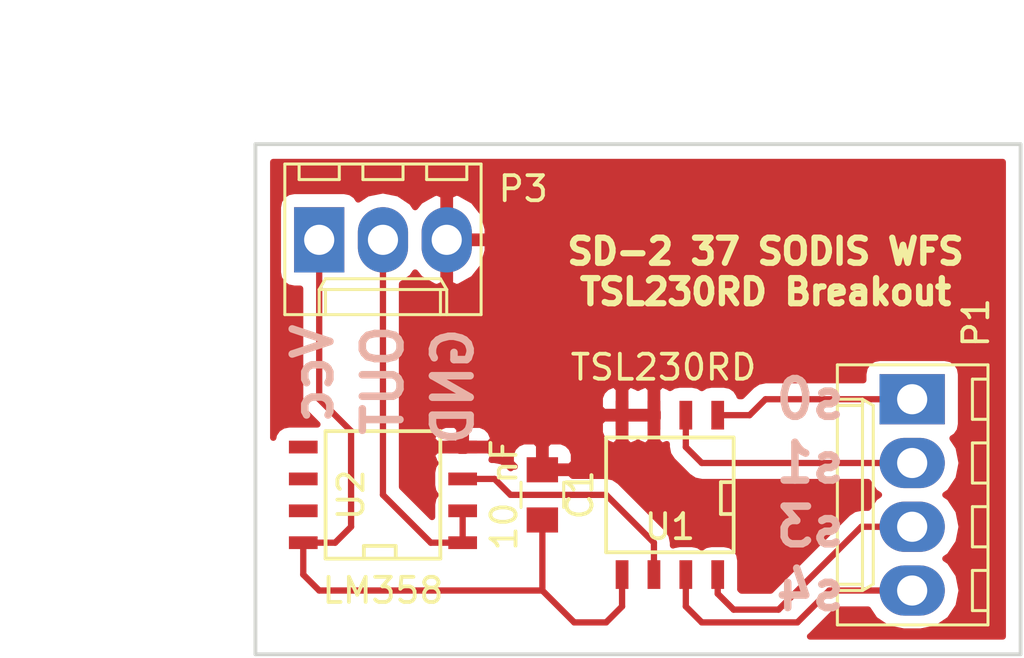
<source format=kicad_pcb>
(kicad_pcb (version 4) (host pcbnew 4.0.5)

  (general
    (links 14)
    (no_connects 0)
    (area 115.340001 92.55 156.285001 118.185001)
    (thickness 1.6)
    (drawings 14)
    (tracks 38)
    (zones 0)
    (modules 5)
    (nets 9)
  )

  (page USLetter)
  (title_block
    (title "Breakout Board for TSL230RD")
    (rev 1)
    (company "SD-2 37")
  )

  (layers
    (0 F.Cu signal)
    (31 B.Cu signal)
    (32 B.Adhes user)
    (33 F.Adhes user)
    (34 B.Paste user)
    (35 F.Paste user)
    (36 B.SilkS user)
    (37 F.SilkS user)
    (38 B.Mask user)
    (39 F.Mask user)
    (40 Dwgs.User user)
    (41 Cmts.User user)
    (42 Eco1.User user)
    (43 Eco2.User user)
    (44 Edge.Cuts user)
    (45 Margin user)
    (46 B.CrtYd user)
    (47 F.CrtYd user)
    (48 B.Fab user)
    (49 F.Fab user)
  )

  (setup
    (last_trace_width 0.25)
    (trace_clearance 0.25)
    (zone_clearance 0.508)
    (zone_45_only no)
    (trace_min 0.2)
    (segment_width 0.2)
    (edge_width 0.15)
    (via_size 0.6)
    (via_drill 0.4)
    (via_min_size 0.4)
    (via_min_drill 0.3)
    (uvia_size 0.3)
    (uvia_drill 0.1)
    (uvias_allowed no)
    (uvia_min_size 0.2)
    (uvia_min_drill 0.1)
    (pcb_text_width 0.3)
    (pcb_text_size 1.5 1.5)
    (mod_edge_width 0.15)
    (mod_text_size 1 1)
    (mod_text_width 0.15)
    (pad_size 1.524 1.524)
    (pad_drill 0.762)
    (pad_to_mask_clearance 0.2)
    (aux_axis_origin 0 0)
    (visible_elements FFFFEF7F)
    (pcbplotparams
      (layerselection 0x010f0_80000001)
      (usegerberextensions false)
      (excludeedgelayer true)
      (linewidth 0.100000)
      (plotframeref false)
      (viasonmask false)
      (mode 1)
      (useauxorigin false)
      (hpglpennumber 1)
      (hpglpenspeed 20)
      (hpglpendiameter 15)
      (hpglpenoverlay 2)
      (psnegative false)
      (psa4output false)
      (plotreference true)
      (plotvalue true)
      (plotinvisibletext false)
      (padsonsilk false)
      (subtractmaskfromsilk false)
      (outputformat 1)
      (mirror false)
      (drillshape 0)
      (scaleselection 1)
      (outputdirectory "IR gerbers/"))
  )

  (net 0 "")
  (net 1 GND)
  (net 2 VCC)
  (net 3 /S0)
  (net 4 /S1)
  (net 5 /S3)
  (net 6 /S4)
  (net 7 /OUT)
  (net 8 "Net-(U1-Pad6)")

  (net_class Default "This is the default net class."
    (clearance 0.25)
    (trace_width 0.25)
    (via_dia 0.6)
    (via_drill 0.4)
    (uvia_dia 0.3)
    (uvia_drill 0.1)
    (add_net /OUT)
    (add_net /S0)
    (add_net /S1)
    (add_net /S3)
    (add_net /S4)
    (add_net GND)
    (add_net "Net-(U1-Pad6)")
    (add_net VCC)
  )

  (module Capacitors_SMD:C_0805 (layer F.Cu) (tedit 58B206E9) (tstamp 58B1EB1E)
    (at 137.16 111.76 270)
    (descr "Capacitor SMD 0805, reflow soldering, AVX (see smccp.pdf)")
    (tags "capacitor 0805")
    (path /58993211)
    (attr smd)
    (fp_text reference C1 (at 0 -1.5 270) (layer F.SilkS)
      (effects (font (size 1 1) (thickness 0.15)))
    )
    (fp_text value "10 nF" (at 0 1.524 270) (layer F.SilkS)
      (effects (font (size 1 1) (thickness 0.15)))
    )
    (fp_text user %R (at 0 -1.5 270) (layer F.SilkS)
      (effects (font (size 1 1) (thickness 0.15)))
    )
    (fp_line (start -1 0.62) (end -1 -0.62) (layer F.Fab) (width 0.1))
    (fp_line (start 1 0.62) (end -1 0.62) (layer F.Fab) (width 0.1))
    (fp_line (start 1 -0.62) (end 1 0.62) (layer F.Fab) (width 0.1))
    (fp_line (start -1 -0.62) (end 1 -0.62) (layer F.Fab) (width 0.1))
    (fp_line (start 0.5 -0.85) (end -0.5 -0.85) (layer F.SilkS) (width 0.12))
    (fp_line (start -0.5 0.85) (end 0.5 0.85) (layer F.SilkS) (width 0.12))
    (fp_line (start -1.75 -0.88) (end 1.75 -0.88) (layer F.CrtYd) (width 0.05))
    (fp_line (start -1.75 -0.88) (end -1.75 0.87) (layer F.CrtYd) (width 0.05))
    (fp_line (start 1.75 0.87) (end 1.75 -0.88) (layer F.CrtYd) (width 0.05))
    (fp_line (start 1.75 0.87) (end -1.75 0.87) (layer F.CrtYd) (width 0.05))
    (pad 1 smd rect (at -1 0 270) (size 1 1.25) (layers F.Cu F.Paste F.Mask)
      (net 1 GND))
    (pad 2 smd rect (at 1 0 270) (size 1 1.25) (layers F.Cu F.Paste F.Mask)
      (net 2 VCC))
    (model Capacitors_SMD.3dshapes/C_0805.wrl
      (at (xyz 0 0 0))
      (scale (xyz 1 1 1))
      (rotate (xyz 0 0 0))
    )
  )

  (module Connectors_Molex:Molex_KK-6410-04_04x2.54mm_Straight (layer F.Cu) (tedit 58B21127) (tstamp 58B1EB26)
    (at 151.892 107.95 270)
    (descr "Connector Headers with Friction Lock, 22-27-2041, http://www.molex.com/pdm_docs/sd/022272021_sd.pdf")
    (tags "connector molex kk_6410 22-27-2041")
    (path /58992DEF)
    (fp_text reference P1 (at -3.048 -2.54 270) (layer F.SilkS)
      (effects (font (size 1 1) (thickness 0.15)))
    )
    (fp_text value CONN_01X04 (at 3.81 4.5 270) (layer F.Fab) hide
      (effects (font (size 1 1) (thickness 0.15)))
    )
    (fp_line (start -1.37 -3.02) (end -1.37 2.98) (layer F.SilkS) (width 0.12))
    (fp_line (start -1.37 2.98) (end 8.99 2.98) (layer F.SilkS) (width 0.12))
    (fp_line (start 8.99 2.98) (end 8.99 -3.02) (layer F.SilkS) (width 0.12))
    (fp_line (start 8.99 -3.02) (end -1.37 -3.02) (layer F.SilkS) (width 0.12))
    (fp_line (start 0 2.98) (end 0 1.98) (layer F.SilkS) (width 0.12))
    (fp_line (start 0 1.98) (end 7.62 1.98) (layer F.SilkS) (width 0.12))
    (fp_line (start 7.62 1.98) (end 7.62 2.98) (layer F.SilkS) (width 0.12))
    (fp_line (start 0 1.98) (end 0.25 1.55) (layer F.SilkS) (width 0.12))
    (fp_line (start 0.25 1.55) (end 7.37 1.55) (layer F.SilkS) (width 0.12))
    (fp_line (start 7.37 1.55) (end 7.62 1.98) (layer F.SilkS) (width 0.12))
    (fp_line (start 0.25 2.98) (end 0.25 1.98) (layer F.SilkS) (width 0.12))
    (fp_line (start 7.37 2.98) (end 7.37 1.98) (layer F.SilkS) (width 0.12))
    (fp_line (start -0.8 -3.02) (end -0.8 -2.4) (layer F.SilkS) (width 0.12))
    (fp_line (start -0.8 -2.4) (end 0.8 -2.4) (layer F.SilkS) (width 0.12))
    (fp_line (start 0.8 -2.4) (end 0.8 -3.02) (layer F.SilkS) (width 0.12))
    (fp_line (start 1.74 -3.02) (end 1.74 -2.4) (layer F.SilkS) (width 0.12))
    (fp_line (start 1.74 -2.4) (end 3.34 -2.4) (layer F.SilkS) (width 0.12))
    (fp_line (start 3.34 -2.4) (end 3.34 -3.02) (layer F.SilkS) (width 0.12))
    (fp_line (start 4.28 -3.02) (end 4.28 -2.4) (layer F.SilkS) (width 0.12))
    (fp_line (start 4.28 -2.4) (end 5.88 -2.4) (layer F.SilkS) (width 0.12))
    (fp_line (start 5.88 -2.4) (end 5.88 -3.02) (layer F.SilkS) (width 0.12))
    (fp_line (start 6.82 -3.02) (end 6.82 -2.4) (layer F.SilkS) (width 0.12))
    (fp_line (start 6.82 -2.4) (end 8.42 -2.4) (layer F.SilkS) (width 0.12))
    (fp_line (start 8.42 -2.4) (end 8.42 -3.02) (layer F.SilkS) (width 0.12))
    (fp_line (start -1.9 3.5) (end -1.9 -3.55) (layer F.CrtYd) (width 0.05))
    (fp_line (start -1.9 -3.55) (end 9.5 -3.55) (layer F.CrtYd) (width 0.05))
    (fp_line (start 9.5 -3.55) (end 9.5 3.5) (layer F.CrtYd) (width 0.05))
    (fp_line (start 9.5 3.5) (end -1.9 3.5) (layer F.CrtYd) (width 0.05))
    (pad 1 thru_hole rect (at 0 0 270) (size 2 2.6) (drill 1.2) (layers *.Cu *.Mask)
      (net 3 /S0))
    (pad 2 thru_hole oval (at 2.54 0 270) (size 2 2.6) (drill 1.2) (layers *.Cu *.Mask)
      (net 4 /S1))
    (pad 3 thru_hole oval (at 5.08 0 270) (size 2 2.6) (drill 1.2) (layers *.Cu *.Mask)
      (net 5 /S3))
    (pad 4 thru_hole oval (at 7.62 0 270) (size 2 2.6) (drill 1.2) (layers *.Cu *.Mask)
      (net 6 /S4))
  )

  (module Connectors_Molex:Molex_KK-6410-03_03x2.54mm_Straight (layer F.Cu) (tedit 58B2112B) (tstamp 58B1EB2D)
    (at 128.27 101.6)
    (descr "Connector Headers with Friction Lock, 22-27-2031, http://www.molex.com/pdm_docs/sd/022272021_sd.pdf")
    (tags "connector molex kk_6410 22-27-2031")
    (path /58992FCD)
    (fp_text reference P3 (at 8.128 -2.032) (layer F.SilkS)
      (effects (font (size 1 1) (thickness 0.15)))
    )
    (fp_text value CONN_01X03 (at 2.54 4.5) (layer F.Fab) hide
      (effects (font (size 1 1) (thickness 0.15)))
    )
    (fp_line (start -1.37 -3.02) (end -1.37 2.98) (layer F.SilkS) (width 0.12))
    (fp_line (start -1.37 2.98) (end 6.45 2.98) (layer F.SilkS) (width 0.12))
    (fp_line (start 6.45 2.98) (end 6.45 -3.02) (layer F.SilkS) (width 0.12))
    (fp_line (start 6.45 -3.02) (end -1.37 -3.02) (layer F.SilkS) (width 0.12))
    (fp_line (start 0 2.98) (end 0 1.98) (layer F.SilkS) (width 0.12))
    (fp_line (start 0 1.98) (end 5.08 1.98) (layer F.SilkS) (width 0.12))
    (fp_line (start 5.08 1.98) (end 5.08 2.98) (layer F.SilkS) (width 0.12))
    (fp_line (start 0 1.98) (end 0.25 1.55) (layer F.SilkS) (width 0.12))
    (fp_line (start 0.25 1.55) (end 4.83 1.55) (layer F.SilkS) (width 0.12))
    (fp_line (start 4.83 1.55) (end 5.08 1.98) (layer F.SilkS) (width 0.12))
    (fp_line (start 0.25 2.98) (end 0.25 1.98) (layer F.SilkS) (width 0.12))
    (fp_line (start 4.83 2.98) (end 4.83 1.98) (layer F.SilkS) (width 0.12))
    (fp_line (start -0.8 -3.02) (end -0.8 -2.4) (layer F.SilkS) (width 0.12))
    (fp_line (start -0.8 -2.4) (end 0.8 -2.4) (layer F.SilkS) (width 0.12))
    (fp_line (start 0.8 -2.4) (end 0.8 -3.02) (layer F.SilkS) (width 0.12))
    (fp_line (start 1.74 -3.02) (end 1.74 -2.4) (layer F.SilkS) (width 0.12))
    (fp_line (start 1.74 -2.4) (end 3.34 -2.4) (layer F.SilkS) (width 0.12))
    (fp_line (start 3.34 -2.4) (end 3.34 -3.02) (layer F.SilkS) (width 0.12))
    (fp_line (start 4.28 -3.02) (end 4.28 -2.4) (layer F.SilkS) (width 0.12))
    (fp_line (start 4.28 -2.4) (end 5.88 -2.4) (layer F.SilkS) (width 0.12))
    (fp_line (start 5.88 -2.4) (end 5.88 -3.02) (layer F.SilkS) (width 0.12))
    (fp_line (start -1.9 3.5) (end -1.9 -3.55) (layer F.CrtYd) (width 0.05))
    (fp_line (start -1.9 -3.55) (end 7 -3.55) (layer F.CrtYd) (width 0.05))
    (fp_line (start 7 -3.55) (end 7 3.5) (layer F.CrtYd) (width 0.05))
    (fp_line (start 7 3.5) (end -1.9 3.5) (layer F.CrtYd) (width 0.05))
    (pad 1 thru_hole rect (at 0 0) (size 2 2.6) (drill 1.2) (layers *.Cu *.Mask)
      (net 2 VCC))
    (pad 2 thru_hole oval (at 2.54 0) (size 2 2.6) (drill 1.2) (layers *.Cu *.Mask)
      (net 7 /OUT))
    (pad 3 thru_hole oval (at 5.08 0) (size 2 2.6) (drill 1.2) (layers *.Cu *.Mask)
      (net 1 GND))
  )

  (module SMD_Packages:SOIC-8-N (layer F.Cu) (tedit 58B206AB) (tstamp 58B1EB39)
    (at 142.24 111.76 180)
    (descr "Module Narrow CMS SOJ 8 pins large")
    (tags "CMS SOJ")
    (path /5898D8BB)
    (attr smd)
    (fp_text reference U1 (at 0 -1.27 180) (layer F.SilkS)
      (effects (font (size 1 1) (thickness 0.15)))
    )
    (fp_text value TSL230RD (at 0.254 5.08 180) (layer F.SilkS)
      (effects (font (size 1 1) (thickness 0.15)))
    )
    (fp_line (start -2.54 -2.286) (end 2.54 -2.286) (layer F.SilkS) (width 0.15))
    (fp_line (start 2.54 -2.286) (end 2.54 2.286) (layer F.SilkS) (width 0.15))
    (fp_line (start 2.54 2.286) (end -2.54 2.286) (layer F.SilkS) (width 0.15))
    (fp_line (start -2.54 2.286) (end -2.54 -2.286) (layer F.SilkS) (width 0.15))
    (fp_line (start -2.54 -0.762) (end -2.032 -0.762) (layer F.SilkS) (width 0.15))
    (fp_line (start -2.032 -0.762) (end -2.032 0.508) (layer F.SilkS) (width 0.15))
    (fp_line (start -2.032 0.508) (end -2.54 0.508) (layer F.SilkS) (width 0.15))
    (pad 8 smd rect (at -1.905 -3.175 180) (size 0.508 1.143) (layers F.Cu F.Paste F.Mask)
      (net 5 /S3))
    (pad 7 smd rect (at -0.635 -3.175 180) (size 0.508 1.143) (layers F.Cu F.Paste F.Mask)
      (net 6 /S4))
    (pad 6 smd rect (at 0.635 -3.175 180) (size 0.508 1.143) (layers F.Cu F.Paste F.Mask)
      (net 8 "Net-(U1-Pad6)"))
    (pad 5 smd rect (at 1.905 -3.175 180) (size 0.508 1.143) (layers F.Cu F.Paste F.Mask)
      (net 2 VCC))
    (pad 4 smd rect (at 1.905 3.175 180) (size 0.508 1.143) (layers F.Cu F.Paste F.Mask)
      (net 1 GND))
    (pad 3 smd rect (at 0.635 3.175 180) (size 0.508 1.143) (layers F.Cu F.Paste F.Mask)
      (net 1 GND))
    (pad 2 smd rect (at -0.635 3.175 180) (size 0.508 1.143) (layers F.Cu F.Paste F.Mask)
      (net 4 /S1))
    (pad 1 smd rect (at -1.905 3.175 180) (size 0.508 1.143) (layers F.Cu F.Paste F.Mask)
      (net 3 /S0))
    (model SMD_Packages.3dshapes/SOIC-8-N.wrl
      (at (xyz 0 0 0))
      (scale (xyz 0.5 0.38 0.5))
      (rotate (xyz 0 0 0))
    )
  )

  (module SMD_Packages:SOIC-8-N (layer F.Cu) (tedit 58B206BF) (tstamp 58B1EB45)
    (at 130.81 111.76 90)
    (descr "Module Narrow CMS SOJ 8 pins large")
    (tags "CMS SOJ")
    (path /58A65EE8)
    (attr smd)
    (fp_text reference U2 (at 0 -1.27 90) (layer F.SilkS)
      (effects (font (size 1 1) (thickness 0.15)))
    )
    (fp_text value LM358 (at -3.81 0 180) (layer F.SilkS)
      (effects (font (size 1 1) (thickness 0.15)))
    )
    (fp_line (start -2.54 -2.286) (end 2.54 -2.286) (layer F.SilkS) (width 0.15))
    (fp_line (start 2.54 -2.286) (end 2.54 2.286) (layer F.SilkS) (width 0.15))
    (fp_line (start 2.54 2.286) (end -2.54 2.286) (layer F.SilkS) (width 0.15))
    (fp_line (start -2.54 2.286) (end -2.54 -2.286) (layer F.SilkS) (width 0.15))
    (fp_line (start -2.54 -0.762) (end -2.032 -0.762) (layer F.SilkS) (width 0.15))
    (fp_line (start -2.032 -0.762) (end -2.032 0.508) (layer F.SilkS) (width 0.15))
    (fp_line (start -2.032 0.508) (end -2.54 0.508) (layer F.SilkS) (width 0.15))
    (pad 8 smd rect (at -1.905 -3.175 90) (size 0.508 1.143) (layers F.Cu F.Paste F.Mask)
      (net 2 VCC))
    (pad 7 smd rect (at -0.635 -3.175 90) (size 0.508 1.143) (layers F.Cu F.Paste F.Mask))
    (pad 6 smd rect (at 0.635 -3.175 90) (size 0.508 1.143) (layers F.Cu F.Paste F.Mask))
    (pad 5 smd rect (at 1.905 -3.175 90) (size 0.508 1.143) (layers F.Cu F.Paste F.Mask))
    (pad 4 smd rect (at 1.905 3.175 90) (size 0.508 1.143) (layers F.Cu F.Paste F.Mask)
      (net 1 GND))
    (pad 3 smd rect (at 0.635 3.175 90) (size 0.508 1.143) (layers F.Cu F.Paste F.Mask)
      (net 8 "Net-(U1-Pad6)"))
    (pad 2 smd rect (at -0.635 3.175 90) (size 0.508 1.143) (layers F.Cu F.Paste F.Mask)
      (net 7 /OUT))
    (pad 1 smd rect (at -1.905 3.175 90) (size 0.508 1.143) (layers F.Cu F.Paste F.Mask)
      (net 7 /OUT))
    (model SMD_Packages.3dshapes/SOIC-8-N.wrl
      (at (xyz 0 0 0))
      (scale (xyz 0.5 0.38 0.5))
      (rotate (xyz 0 0 0))
    )
  )

  (gr_text OUT (at 130.81 107.188 90) (layer B.SilkS)
    (effects (font (size 1.5 1.5) (thickness 0.3)) (justify mirror))
  )
  (gr_text Vcc (at 128.016 106.934 90) (layer B.SilkS)
    (effects (font (size 1.5 1.5) (thickness 0.3)) (justify mirror))
  )
  (gr_text GND (at 133.604 107.442 90) (layer B.SilkS)
    (effects (font (size 1.5 1.5) (thickness 0.3)) (justify mirror))
  )
  (gr_text s4 (at 147.828 115.57) (layer B.SilkS)
    (effects (font (size 1.5 1.5) (thickness 0.3)) (justify mirror))
  )
  (gr_text s3 (at 147.828 113.03) (layer B.SilkS)
    (effects (font (size 1.5 1.5) (thickness 0.3)) (justify mirror))
  )
  (gr_text s1 (at 147.828 110.49) (layer B.SilkS)
    (effects (font (size 1.5 1.5) (thickness 0.3)) (justify mirror))
  )
  (gr_text s0 (at 147.828 107.95) (layer B.SilkS)
    (effects (font (size 1.5 1.5) (thickness 0.3)) (justify mirror))
  )
  (dimension 20.32 (width 0.3) (layer Dwgs.User)
    (gr_text "20.320 mm" (at 121.84 107.95 270) (layer Dwgs.User)
      (effects (font (size 1.5 1.5) (thickness 0.3)))
    )
    (feature1 (pts (xy 125.73 118.11) (xy 120.49 118.11)))
    (feature2 (pts (xy 125.73 97.79) (xy 120.49 97.79)))
    (crossbar (pts (xy 123.19 97.79) (xy 123.19 118.11)))
    (arrow1a (pts (xy 123.19 118.11) (xy 122.603579 116.983496)))
    (arrow1b (pts (xy 123.19 118.11) (xy 123.776421 116.983496)))
    (arrow2a (pts (xy 123.19 97.79) (xy 122.603579 98.916504)))
    (arrow2b (pts (xy 123.19 97.79) (xy 123.776421 98.916504)))
  )
  (dimension 30.48 (width 0.3) (layer Dwgs.User)
    (gr_text "30.480 mm" (at 140.97 93.9) (layer Dwgs.User)
      (effects (font (size 1.5 1.5) (thickness 0.3)))
    )
    (feature1 (pts (xy 156.21 102.87) (xy 156.21 92.55)))
    (feature2 (pts (xy 125.73 102.87) (xy 125.73 92.55)))
    (crossbar (pts (xy 125.73 95.25) (xy 156.21 95.25)))
    (arrow1a (pts (xy 156.21 95.25) (xy 155.083496 95.836421)))
    (arrow1b (pts (xy 156.21 95.25) (xy 155.083496 94.663579)))
    (arrow2a (pts (xy 125.73 95.25) (xy 126.856504 95.836421)))
    (arrow2b (pts (xy 125.73 95.25) (xy 126.856504 94.663579)))
  )
  (gr_text "SD-2 37 SODIS WFS\nTSL230RD Breakout" (at 146.05 102.87) (layer F.SilkS)
    (effects (font (size 1 1) (thickness 0.25)))
  )
  (gr_line (start 125.73 118.11) (end 125.73 97.79) (angle 90) (layer Edge.Cuts) (width 0.15))
  (gr_line (start 156.21 118.11) (end 125.73 118.11) (angle 90) (layer Edge.Cuts) (width 0.15))
  (gr_line (start 156.21 97.79) (end 156.21 118.11) (angle 90) (layer Edge.Cuts) (width 0.15))
  (gr_line (start 125.73 97.79) (end 156.21 97.79) (angle 90) (layer Edge.Cuts) (width 0.15))

  (segment (start 128.27 102.87) (end 128.27 107.95) (width 0.25) (layer F.Cu) (net 2))
  (segment (start 128.905 113.665) (end 127.635 113.665) (width 0.25) (layer F.Cu) (net 2) (tstamp 58B1ECF5))
  (segment (start 129.54 113.03) (end 128.905 113.665) (width 0.25) (layer F.Cu) (net 2) (tstamp 58B1ECF0))
  (segment (start 129.54 109.22) (end 129.54 113.03) (width 0.25) (layer F.Cu) (net 2) (tstamp 58B1ECED))
  (segment (start 128.27 107.95) (end 129.54 109.22) (width 0.25) (layer F.Cu) (net 2) (tstamp 58B1ECE8))
  (segment (start 127.635 113.665) (end 127.635 114.935) (width 0.25) (layer F.Cu) (net 2))
  (segment (start 128.27 115.57) (end 137.16 115.57) (width 0.25) (layer F.Cu) (net 2) (tstamp 58B1ECBB))
  (segment (start 127.635 114.935) (end 128.27 115.57) (width 0.25) (layer F.Cu) (net 2) (tstamp 58B1ECB9))
  (segment (start 140.335 114.935) (end 140.335 116.205) (width 0.25) (layer F.Cu) (net 2))
  (segment (start 137.16 115.57) (end 137.16 112.76) (width 0.25) (layer F.Cu) (net 2) (tstamp 58B1ECB5))
  (segment (start 138.43 116.84) (end 137.16 115.57) (width 0.25) (layer F.Cu) (net 2) (tstamp 58B1ECB3))
  (segment (start 139.7 116.84) (end 138.43 116.84) (width 0.25) (layer F.Cu) (net 2) (tstamp 58B1ECAF))
  (segment (start 140.335 116.205) (end 139.7 116.84) (width 0.25) (layer F.Cu) (net 2) (tstamp 58B1ECAC))
  (segment (start 144.145 108.585) (end 145.415 108.585) (width 0.25) (layer F.Cu) (net 3))
  (segment (start 146.05 107.95) (end 151.13 107.95) (width 0.25) (layer F.Cu) (net 3) (tstamp 58B1EC6A))
  (segment (start 145.415 108.585) (end 146.05 107.95) (width 0.25) (layer F.Cu) (net 3) (tstamp 58B1EC69))
  (segment (start 142.875 108.585) (end 142.875 109.855) (width 0.25) (layer F.Cu) (net 4))
  (segment (start 143.51 110.49) (end 151.13 110.49) (width 0.25) (layer F.Cu) (net 4) (tstamp 58B1EC7A))
  (segment (start 142.875 109.855) (end 143.51 110.49) (width 0.25) (layer F.Cu) (net 4) (tstamp 58B1EC78))
  (segment (start 151.13 113.03) (end 149.867998 113.03) (width 0.25) (layer F.Cu) (net 5))
  (segment (start 149.867998 113.03) (end 146.565998 116.332) (width 0.25) (layer F.Cu) (net 5) (tstamp 58B1F00A))
  (segment (start 146.565998 116.332) (end 144.78 116.332) (width 0.25) (layer F.Cu) (net 5) (tstamp 58B1F015))
  (segment (start 144.78 116.332) (end 144.145 115.697) (width 0.25) (layer F.Cu) (net 5) (tstamp 58B1F019))
  (segment (start 144.145 115.697) (end 144.145 114.935) (width 0.25) (layer F.Cu) (net 5) (tstamp 58B1F01B))
  (segment (start 142.875 114.935) (end 142.875 116.205) (width 0.25) (layer F.Cu) (net 6))
  (segment (start 148.59 115.57) (end 151.13 115.57) (width 0.25) (layer F.Cu) (net 6) (tstamp 58B1ECA8))
  (segment (start 147.32 116.84) (end 148.59 115.57) (width 0.25) (layer F.Cu) (net 6) (tstamp 58B1ECA6))
  (segment (start 143.51 116.84) (end 147.32 116.84) (width 0.25) (layer F.Cu) (net 6) (tstamp 58B1ECA4))
  (segment (start 142.875 116.205) (end 143.51 116.84) (width 0.25) (layer F.Cu) (net 6) (tstamp 58B1ECA2))
  (segment (start 133.985 112.395) (end 133.985 113.665) (width 0.25) (layer F.Cu) (net 7))
  (segment (start 133.985 113.665) (end 132.715 113.665) (width 0.25) (layer F.Cu) (net 7))
  (segment (start 130.81 111.76) (end 130.81 102.87) (width 0.25) (layer F.Cu) (net 7) (tstamp 58B1ED08))
  (segment (start 132.715 113.665) (end 130.81 111.76) (width 0.25) (layer F.Cu) (net 7) (tstamp 58B1ED01))
  (segment (start 133.985 111.125) (end 135.255 111.125) (width 0.25) (layer F.Cu) (net 8))
  (segment (start 141.605 113.665) (end 141.605 114.935) (width 0.25) (layer F.Cu) (net 8) (tstamp 58B1ECD6))
  (segment (start 139.7 111.76) (end 141.605 113.665) (width 0.25) (layer F.Cu) (net 8) (tstamp 58B1ECCD))
  (segment (start 135.89 111.76) (end 139.7 111.76) (width 0.25) (layer F.Cu) (net 8) (tstamp 58B1ECC7))
  (segment (start 135.255 111.125) (end 135.89 111.76) (width 0.25) (layer F.Cu) (net 8) (tstamp 58B1ECC4))

  (zone (net 1) (net_name GND) (layer F.Cu) (tstamp 58B1EE5A) (hatch edge 0.508)
    (connect_pads (clearance 0.508))
    (min_thickness 0.254)
    (fill yes (arc_segments 16) (thermal_gap 0.508) (thermal_bridge_width 0.508))
    (polygon
      (pts
        (xy 156.21 118.11) (xy 125.73 118.11) (xy 125.73 97.79) (xy 156.21 97.79)
      )
    )
    (filled_polygon
      (pts
        (xy 155.5 117.4) (xy 147.823579 117.4) (xy 147.857401 117.377401) (xy 148.904802 116.33) (xy 150.133293 116.33)
        (xy 150.397971 116.72612) (xy 150.928404 117.080543) (xy 151.554091 117.205) (xy 152.229909 117.205) (xy 152.855596 117.080543)
        (xy 153.386029 116.72612) (xy 153.740452 116.195687) (xy 153.864909 115.57) (xy 153.740452 114.944313) (xy 153.386029 114.41388)
        (xy 153.215595 114.3) (xy 153.386029 114.18612) (xy 153.740452 113.655687) (xy 153.864909 113.03) (xy 153.740452 112.404313)
        (xy 153.386029 111.87388) (xy 153.215595 111.76) (xy 153.386029 111.64612) (xy 153.740452 111.115687) (xy 153.864909 110.49)
        (xy 153.740452 109.864313) (xy 153.500907 109.505808) (xy 153.643441 109.41409) (xy 153.788431 109.20189) (xy 153.83944 108.95)
        (xy 153.83944 106.95) (xy 153.795162 106.714683) (xy 153.65609 106.498559) (xy 153.44389 106.353569) (xy 153.192 106.30256)
        (xy 150.592 106.30256) (xy 150.356683 106.346838) (xy 150.140559 106.48591) (xy 149.995569 106.69811) (xy 149.94456 106.95)
        (xy 149.94456 107.19) (xy 146.05 107.19) (xy 145.759161 107.247852) (xy 145.512599 107.412599) (xy 145.100198 107.825)
        (xy 145.010971 107.825) (xy 145.002162 107.778183) (xy 144.86309 107.562059) (xy 144.65089 107.417069) (xy 144.399 107.36606)
        (xy 143.891 107.36606) (xy 143.655683 107.410338) (xy 143.509093 107.504666) (xy 143.38089 107.417069) (xy 143.129 107.36606)
        (xy 142.621 107.36606) (xy 142.385683 107.410338) (xy 142.244629 107.501104) (xy 142.218698 107.475173) (xy 141.985309 107.3785)
        (xy 141.89075 107.3785) (xy 141.732 107.53725) (xy 141.732 108.458) (xy 141.752 108.458) (xy 141.752 108.712)
        (xy 141.732 108.712) (xy 141.732 109.63275) (xy 141.89075 109.7915) (xy 141.985309 109.7915) (xy 142.115 109.73778)
        (xy 142.115 109.855) (xy 142.172852 110.145839) (xy 142.337599 110.392401) (xy 142.972599 111.027401) (xy 143.219161 111.192148)
        (xy 143.51 111.25) (xy 150.133293 111.25) (xy 150.397971 111.64612) (xy 150.568405 111.76) (xy 150.397971 111.87388)
        (xy 150.133293 112.27) (xy 149.867998 112.27) (xy 149.577158 112.327852) (xy 149.330597 112.492599) (xy 146.251196 115.572)
        (xy 145.094802 115.572) (xy 145.043554 115.520752) (xy 145.04644 115.5065) (xy 145.04644 114.3635) (xy 145.002162 114.128183)
        (xy 144.86309 113.912059) (xy 144.65089 113.767069) (xy 144.399 113.71606) (xy 143.891 113.71606) (xy 143.655683 113.760338)
        (xy 143.509093 113.854666) (xy 143.38089 113.767069) (xy 143.129 113.71606) (xy 142.621 113.71606) (xy 142.385683 113.760338)
        (xy 142.365 113.773647) (xy 142.365 113.665) (xy 142.307148 113.374161) (xy 142.142401 113.127599) (xy 140.237401 111.222599)
        (xy 139.990839 111.057852) (xy 139.7 111) (xy 138.37425 111) (xy 138.26125 110.887) (xy 137.287 110.887)
        (xy 137.287 110.907) (xy 137.033 110.907) (xy 137.033 110.887) (xy 137.013 110.887) (xy 137.013 110.633)
        (xy 137.033 110.633) (xy 137.033 109.78375) (xy 137.287 109.78375) (xy 137.287 110.633) (xy 138.26125 110.633)
        (xy 138.42 110.47425) (xy 138.42 110.133691) (xy 138.323327 109.900302) (xy 138.144699 109.721673) (xy 137.91131 109.625)
        (xy 137.44575 109.625) (xy 137.287 109.78375) (xy 137.033 109.78375) (xy 136.87425 109.625) (xy 136.40869 109.625)
        (xy 136.175301 109.721673) (xy 135.996673 109.900302) (xy 135.9 110.133691) (xy 135.9 110.47425) (xy 136.058748 110.632998)
        (xy 135.9 110.632998) (xy 135.9 110.695198) (xy 135.792401 110.587599) (xy 135.545839 110.422852) (xy 135.255 110.365)
        (xy 135.13778 110.365) (xy 135.1915 110.235309) (xy 135.1915 110.14075) (xy 135.03275 109.982) (xy 134.112 109.982)
        (xy 134.112 110.002) (xy 133.858 110.002) (xy 133.858 109.982) (xy 132.93725 109.982) (xy 132.7785 110.14075)
        (xy 132.7785 110.235309) (xy 132.875173 110.468698) (xy 132.901709 110.495235) (xy 132.817069 110.61911) (xy 132.76606 110.871)
        (xy 132.76606 111.379) (xy 132.810338 111.614317) (xy 132.904666 111.760907) (xy 132.817069 111.88911) (xy 132.76606 112.141)
        (xy 132.76606 112.641258) (xy 131.57 111.445198) (xy 131.57 109.474691) (xy 132.7785 109.474691) (xy 132.7785 109.56925)
        (xy 132.93725 109.728) (xy 133.858 109.728) (xy 133.858 109.12475) (xy 134.112 109.12475) (xy 134.112 109.728)
        (xy 135.03275 109.728) (xy 135.1915 109.56925) (xy 135.1915 109.474691) (xy 135.094827 109.241302) (xy 134.916199 109.062673)
        (xy 134.68281 108.966) (xy 134.27075 108.966) (xy 134.112 109.12475) (xy 133.858 109.12475) (xy 133.69925 108.966)
        (xy 133.28719 108.966) (xy 133.053801 109.062673) (xy 132.875173 109.241302) (xy 132.7785 109.474691) (xy 131.57 109.474691)
        (xy 131.57 108.87075) (xy 139.446 108.87075) (xy 139.446 109.28281) (xy 139.542673 109.516199) (xy 139.721302 109.694827)
        (xy 139.954691 109.7915) (xy 140.04925 109.7915) (xy 140.208 109.63275) (xy 140.208 108.712) (xy 140.462 108.712)
        (xy 140.462 109.63275) (xy 140.62075 109.7915) (xy 140.715309 109.7915) (xy 140.948698 109.694827) (xy 140.97 109.673525)
        (xy 140.991302 109.694827) (xy 141.224691 109.7915) (xy 141.31925 109.7915) (xy 141.478 109.63275) (xy 141.478 108.712)
        (xy 140.462 108.712) (xy 140.208 108.712) (xy 139.60475 108.712) (xy 139.446 108.87075) (xy 131.57 108.87075)
        (xy 131.57 107.88719) (xy 139.446 107.88719) (xy 139.446 108.29925) (xy 139.60475 108.458) (xy 140.208 108.458)
        (xy 140.208 107.53725) (xy 140.462 107.53725) (xy 140.462 108.458) (xy 141.478 108.458) (xy 141.478 107.53725)
        (xy 141.31925 107.3785) (xy 141.224691 107.3785) (xy 140.991302 107.475173) (xy 140.97 107.496475) (xy 140.948698 107.475173)
        (xy 140.715309 107.3785) (xy 140.62075 107.3785) (xy 140.462 107.53725) (xy 140.208 107.53725) (xy 140.04925 107.3785)
        (xy 139.954691 107.3785) (xy 139.721302 107.475173) (xy 139.542673 107.653801) (xy 139.446 107.88719) (xy 131.57 107.88719)
        (xy 131.57 103.358707) (xy 131.96612 103.094029) (xy 132.093219 102.903812) (xy 132.283683 103.145922) (xy 132.841645 103.459144)
        (xy 132.969566 103.490124) (xy 133.223 103.370777) (xy 133.223 101.727) (xy 133.477 101.727) (xy 133.477 103.370777)
        (xy 133.730434 103.490124) (xy 133.858355 103.459144) (xy 134.416317 103.145922) (xy 134.811942 102.64302) (xy 134.985 102.027)
        (xy 134.985 101.727) (xy 133.477 101.727) (xy 133.223 101.727) (xy 133.203 101.727) (xy 133.203 101.473)
        (xy 133.223 101.473) (xy 133.223 99.829223) (xy 133.477 99.829223) (xy 133.477 101.473) (xy 134.985 101.473)
        (xy 134.985 101.173) (xy 134.811942 100.55698) (xy 134.416317 100.054078) (xy 133.858355 99.740856) (xy 133.730434 99.709876)
        (xy 133.477 99.829223) (xy 133.223 99.829223) (xy 132.969566 99.709876) (xy 132.841645 99.740856) (xy 132.283683 100.054078)
        (xy 132.093219 100.296188) (xy 131.96612 100.105971) (xy 131.435687 99.751548) (xy 130.81 99.627091) (xy 130.184313 99.751548)
        (xy 129.825808 99.991093) (xy 129.73409 99.848559) (xy 129.52189 99.703569) (xy 129.27 99.65256) (xy 127.27 99.65256)
        (xy 127.034683 99.696838) (xy 126.818559 99.83591) (xy 126.673569 100.04811) (xy 126.62256 100.3) (xy 126.62256 102.9)
        (xy 126.666838 103.135317) (xy 126.80591 103.351441) (xy 127.01811 103.496431) (xy 127.27 103.54744) (xy 127.51 103.54744)
        (xy 127.51 107.95) (xy 127.567852 108.240839) (xy 127.732599 108.487401) (xy 128.198758 108.95356) (xy 127.0635 108.95356)
        (xy 126.828183 108.997838) (xy 126.612059 109.13691) (xy 126.467069 109.34911) (xy 126.44 109.482781) (xy 126.44 98.5)
        (xy 155.5 98.5)
      )
    )
  )
)

</source>
